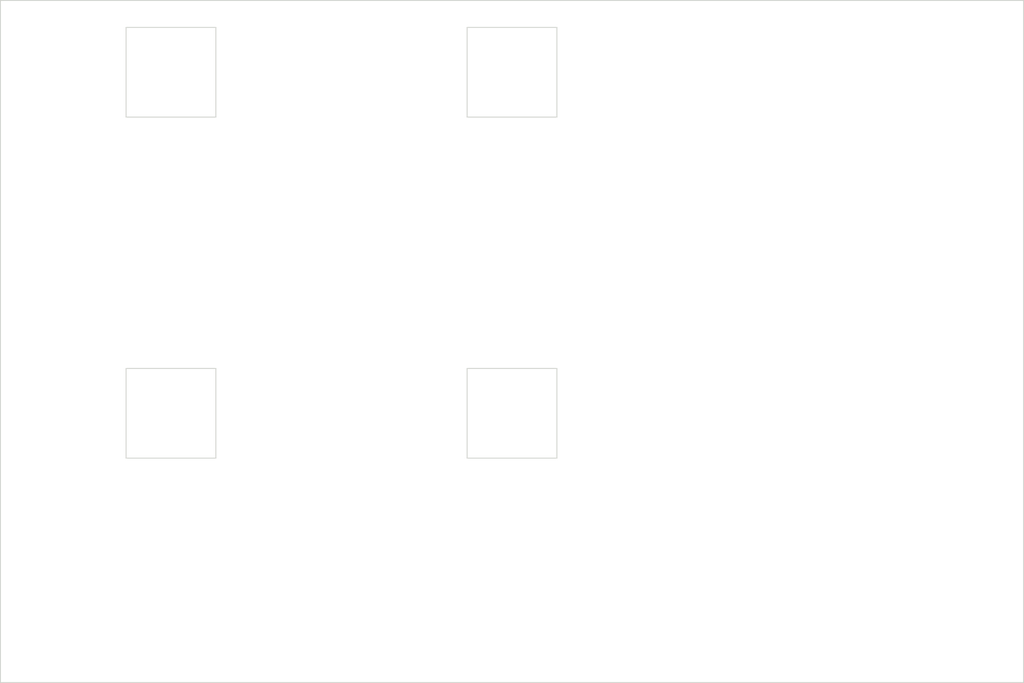
<source format=kicad_pcb>
(kicad_pcb (version 20171130) (host pcbnew "(5.1.10)-1")

  (general
    (thickness 1.6)
    (drawings 20)
    (tracks 0)
    (zones 0)
    (modules 0)
    (nets 1)
  )

  (page A4)
  (layers
    (0 F.Cu signal)
    (31 B.Cu signal)
    (32 B.Adhes user)
    (33 F.Adhes user)
    (34 B.Paste user)
    (35 F.Paste user)
    (36 B.SilkS user)
    (37 F.SilkS user)
    (38 B.Mask user)
    (39 F.Mask user)
    (40 Dwgs.User user)
    (41 Cmts.User user)
    (42 Eco1.User user)
    (43 Eco2.User user)
    (44 Edge.Cuts user)
    (45 Margin user)
    (46 B.CrtYd user)
    (47 F.CrtYd user)
    (48 B.Fab user)
    (49 F.Fab user)
  )

  (setup
    (last_trace_width 0.25)
    (trace_clearance 0.2)
    (zone_clearance 0.508)
    (zone_45_only no)
    (trace_min 0.2)
    (via_size 0.8)
    (via_drill 0.4)
    (via_min_size 0.4)
    (via_min_drill 0.3)
    (uvia_size 0.3)
    (uvia_drill 0.1)
    (uvias_allowed no)
    (uvia_min_size 0.2)
    (uvia_min_drill 0.1)
    (edge_width 0.05)
    (segment_width 0.2)
    (pcb_text_width 0.3)
    (pcb_text_size 1.5 1.5)
    (mod_edge_width 0.12)
    (mod_text_size 1 1)
    (mod_text_width 0.15)
    (pad_size 1.524 1.524)
    (pad_drill 0.762)
    (pad_to_mask_clearance 0)
    (aux_axis_origin 0 0)
    (visible_elements 7FFFFFFF)
    (pcbplotparams
      (layerselection 0x010fc_ffffffff)
      (usegerberextensions false)
      (usegerberattributes true)
      (usegerberadvancedattributes true)
      (creategerberjobfile true)
      (excludeedgelayer true)
      (linewidth 0.100000)
      (plotframeref false)
      (viasonmask false)
      (mode 1)
      (useauxorigin false)
      (hpglpennumber 1)
      (hpglpenspeed 20)
      (hpglpendiameter 15.000000)
      (psnegative false)
      (psa4output false)
      (plotreference true)
      (plotvalue true)
      (plotinvisibletext false)
      (padsonsilk false)
      (subtractmaskfromsilk false)
      (outputformat 1)
      (mirror false)
      (drillshape 1)
      (scaleselection 1)
      (outputdirectory ""))
  )

  (net 0 "")

  (net_class Default "This is the default net class."
    (clearance 0.2)
    (trace_width 0.25)
    (via_dia 0.8)
    (via_drill 0.4)
    (uvia_dia 0.3)
    (uvia_drill 0.1)
  )

  (gr_line (start 0 0) (end 57 0) (layer Edge.Cuts) (width 0.05) (tstamp 60D86236))
  (gr_line (start 26 25.5) (end 26 20.5) (layer Edge.Cuts) (width 0.05) (tstamp 60D8612E))
  (gr_line (start 31 25.5) (end 26 25.5) (layer Edge.Cuts) (width 0.05))
  (gr_line (start 31 20.5) (end 31 25.5) (layer Edge.Cuts) (width 0.05))
  (gr_line (start 26 20.5) (end 31 20.5) (layer Edge.Cuts) (width 0.05))
  (gr_line (start 7 25.5) (end 7 20.5) (layer Edge.Cuts) (width 0.05) (tstamp 60D8612D))
  (gr_line (start 12 25.5) (end 7 25.5) (layer Edge.Cuts) (width 0.05))
  (gr_line (start 12 20.5) (end 12 25.5) (layer Edge.Cuts) (width 0.05))
  (gr_line (start 7 20.5) (end 12 20.5) (layer Edge.Cuts) (width 0.05))
  (gr_line (start 26 6.5) (end 26 1.5) (layer Edge.Cuts) (width 0.05) (tstamp 60D8612C))
  (gr_line (start 31 6.5) (end 26 6.5) (layer Edge.Cuts) (width 0.05))
  (gr_line (start 31 1.5) (end 31 6.5) (layer Edge.Cuts) (width 0.05))
  (gr_line (start 26 1.5) (end 31 1.5) (layer Edge.Cuts) (width 0.05))
  (gr_line (start 7 6.5) (end 7 1.5) (layer Edge.Cuts) (width 0.05) (tstamp 60D8612B))
  (gr_line (start 12 6.5) (end 7 6.5) (layer Edge.Cuts) (width 0.05))
  (gr_line (start 12 1.5) (end 12 6.5) (layer Edge.Cuts) (width 0.05))
  (gr_line (start 7 1.5) (end 12 1.5) (layer Edge.Cuts) (width 0.05))
  (gr_line (start 0 38) (end 0 0) (layer Edge.Cuts) (width 0.05) (tstamp 60D85D2A))
  (gr_line (start 57 38) (end 0 38) (layer Edge.Cuts) (width 0.05))
  (gr_line (start 57 0) (end 57 38) (layer Edge.Cuts) (width 0.05))

)

</source>
